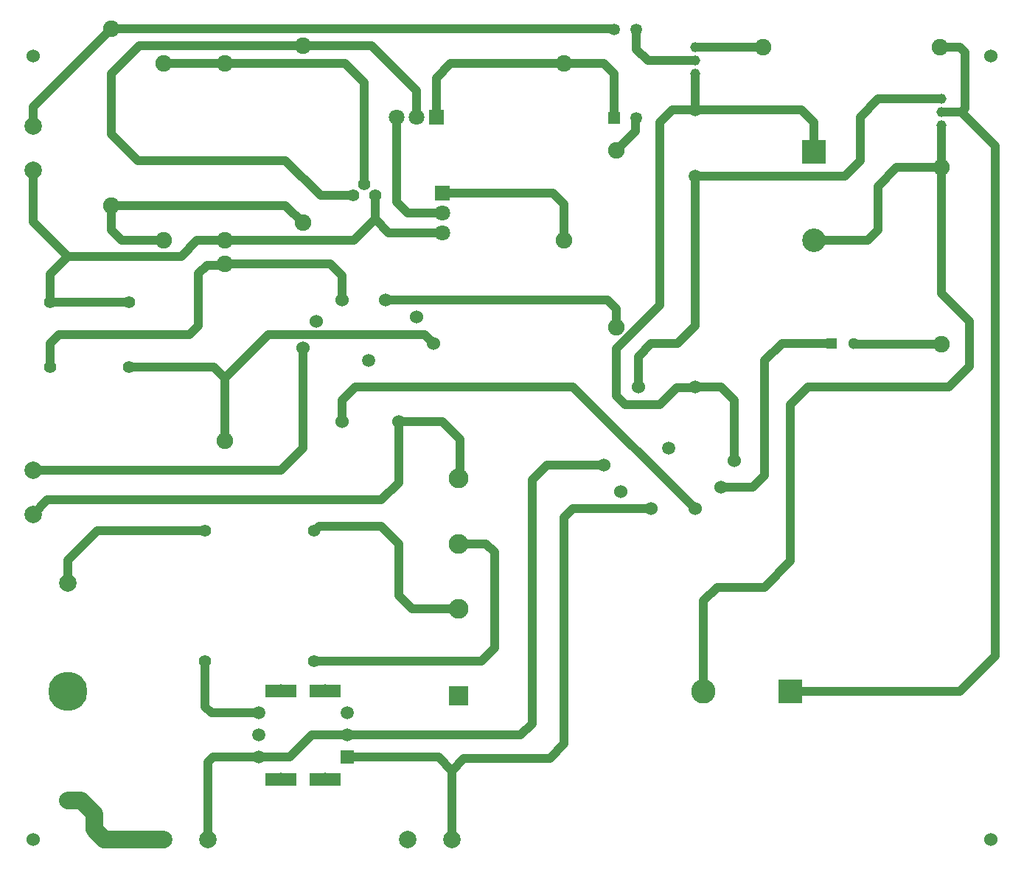
<source format=gtl>
G04*
G04 #@! TF.GenerationSoftware,Altium Limited,Altium Designer,21.6.4 (81)*
G04*
G04 Layer_Physical_Order=1*
G04 Layer_Color=255*
%FSLAX44Y44*%
%MOMM*%
G71*
G04*
G04 #@! TF.SameCoordinates,BB46096C-F4B4-4A6F-AF92-C5C7510F58E1*
G04*
G04*
G04 #@! TF.FilePolarity,Positive*
G04*
G01*
G75*
%ADD32C,1.0000*%
%ADD33C,2.0000*%
%ADD34C,1.5240*%
%ADD35C,1.5000*%
%ADD36R,2.2700X2.2700*%
%ADD37C,2.2700*%
%ADD38C,1.4000*%
%ADD39C,1.9000*%
%ADD40C,1.1500*%
%ADD41R,2.7000X2.7000*%
%ADD42C,2.7000*%
%ADD43R,1.3500X1.3500*%
%ADD44C,1.3500*%
%ADD45C,1.5080*%
%ADD46R,1.5080X1.5080*%
%ADD47C,4.5000*%
%ADD48C,2.0000*%
%ADD49C,2.8000*%
%ADD50R,2.8000X2.8000*%
%ADD51C,1.3000*%
%ADD52R,1.3000X1.3000*%
%ADD53R,1.8000X1.8000*%
%ADD54C,1.8000*%
%ADD55R,1.8000X1.8000*%
G36*
X317100Y126700D02*
X352100D01*
Y111700D01*
X317100D01*
Y126700D01*
D02*
G37*
G36*
X367900D02*
X402900D01*
Y111700D01*
X367900D01*
Y126700D01*
D02*
G37*
G36*
X317100Y228300D02*
X352100D01*
Y213300D01*
X317100D01*
Y228300D01*
D02*
G37*
G36*
X367900D02*
X402900D01*
Y213300D01*
X367900D01*
Y228300D01*
D02*
G37*
D32*
X1092796Y677204D02*
X1125000Y645000D01*
X1101602Y570000D02*
X1125000Y593398D01*
Y645000D01*
X940000Y570000D02*
X1101602D01*
X1114142Y220000D02*
X1155000Y260858D01*
X1115735Y885735D02*
X1155000Y846470D01*
Y260858D02*
Y846470D01*
X670000Y570000D02*
X810000Y430000D01*
X580000Y270000D02*
Y380000D01*
X372500Y255000D02*
X565000D01*
X580000Y270000D01*
X538500Y390000D02*
X570000D01*
X580000Y380000D01*
X485000Y315000D02*
X538500D01*
X470000Y330000D02*
Y390000D01*
Y330000D02*
X485000Y315000D01*
X450000Y410000D02*
X470000Y390000D01*
X373582Y405000D02*
X378582Y410000D01*
X372500Y405000D02*
X373582D01*
X378582Y410000D02*
X450000D01*
X50000Y891600D02*
X140000Y981600D01*
X50000Y870000D02*
Y891600D01*
X920000Y220000D02*
X1114142D01*
Y960000D02*
X1120000Y954142D01*
X1115735Y885735D02*
X1120000Y890000D01*
X1091600Y960000D02*
X1114142D01*
X1120000Y890000D02*
Y954142D01*
X820000Y220000D02*
Y324142D01*
X835858Y340000D02*
X890000D01*
X820000Y324142D02*
X835858Y340000D01*
X890000D02*
X920000Y370000D01*
Y550000D01*
X660000Y160000D02*
Y420000D01*
X670000Y430000D02*
X760000D01*
X660000Y420000D02*
X670000Y430000D01*
X643195Y143195D02*
X660000Y160000D01*
X544795Y143195D02*
X643195D01*
X705000Y480000D02*
X705000Y480000D01*
X640000Y480000D02*
X705000D01*
X623222Y183222D02*
Y463222D01*
X640000Y480000D01*
X610000Y170000D02*
X623222Y183222D01*
X410800Y170000D02*
X610000D01*
X370000D02*
X410800D01*
X344600Y144600D02*
X370000Y170000D01*
X309200Y144600D02*
X344600D01*
X540000Y466500D02*
Y510000D01*
X520000Y530000D02*
X540000Y510000D01*
X470000Y530000D02*
X520000D01*
X530800Y129200D02*
X544795Y143195D01*
X515400Y144600D02*
X530800Y129200D01*
Y50000D02*
Y129200D01*
X410800Y144600D02*
X515400D01*
X247500Y202500D02*
Y255000D01*
X254600Y195400D02*
X309200D01*
X247500Y202500D02*
X254600Y195400D01*
X250800Y138742D02*
X256658Y144600D01*
X309200D01*
X250800Y50000D02*
Y138742D01*
X90000Y345000D02*
Y371067D01*
X50000Y760000D02*
Y819200D01*
X90000Y371067D02*
X123933Y405000D01*
X247500D01*
X320160Y630160D02*
X366279D01*
X270000Y580000D02*
X320160Y630160D01*
X890000Y600000D02*
X910000Y620000D01*
X890000Y468155D02*
Y600000D01*
X876845Y455000D02*
X890000Y468155D01*
X920000Y550000D02*
X940000Y570000D01*
X360000Y500000D02*
Y615000D01*
X50000Y474600D02*
X334600D01*
X360000Y500000D01*
X358582Y615000D02*
X360000D01*
X499840Y629840D02*
X509680Y620000D01*
X510000D01*
X366600Y629840D02*
X499840D01*
X366279Y630160D02*
X366600Y629840D01*
X810000Y430000D02*
Y430000D01*
X420000Y570000D02*
X670000D01*
X405000Y555000D02*
X420000Y570000D01*
X405000Y530000D02*
Y555000D01*
X770000Y874164D02*
X783936Y888100D01*
X810000D01*
X770000Y664302D02*
Y874164D01*
X720000Y614302D02*
X770000Y664302D01*
X720000Y841600D02*
X742030Y863630D01*
X720000Y560000D02*
Y614302D01*
X742030Y863630D02*
Y878530D01*
X720000Y560000D02*
X730000Y550000D01*
X770000D01*
X808997Y568997D02*
X810000Y570000D01*
X788997Y568997D02*
X808997D01*
X770000Y550000D02*
X788997Y568997D01*
X810000Y640000D02*
Y811900D01*
X790000Y620000D02*
X810000Y640000D01*
X760000Y620000D02*
X790000D01*
X745000Y570000D02*
Y605000D01*
X760000Y620000D01*
X855000Y485000D02*
Y555000D01*
X840000Y570000D02*
X855000Y555000D01*
X810000Y570000D02*
X840000D01*
X720000Y638400D02*
Y660000D01*
X455000Y670000D02*
X710000D01*
X720000Y660000D01*
X910000Y620000D02*
X967300D01*
X742030Y878530D02*
X742700Y879200D01*
X840000Y455000D02*
X876845D01*
X450000Y440000D02*
X470000Y460000D01*
X66200Y440000D02*
X450000D01*
X50000Y423800D02*
X66200Y440000D01*
X538500Y465000D02*
X540000Y466500D01*
X470000Y460000D02*
Y530000D01*
X1092796Y677204D02*
Y821869D01*
X993512Y620000D02*
X994843Y618669D01*
X1092796D01*
X992700Y620000D02*
X993512D01*
X1041869Y821869D02*
X1092796D01*
X1020000Y800000D02*
X1041869Y821869D01*
X1020000Y750000D02*
Y800000D01*
X1008189Y738189D02*
X1020000Y750000D01*
X946326Y738189D02*
X1008189D01*
X1000000Y830000D02*
Y880000D01*
X1020735Y900735D02*
X1092796D01*
X1000000Y880000D02*
X1020735Y900735D01*
X810000Y811900D02*
X981900D01*
X1000000Y830000D01*
X946326Y839789D02*
Y873683D01*
X810000Y888100D02*
X931910D01*
X946326Y873683D01*
X810000Y888100D02*
Y930000D01*
X755821Y945000D02*
X810000D01*
X742700Y958121D02*
X755821Y945000D01*
X1092796Y821869D02*
Y870735D01*
Y885735D02*
X1115735D01*
X810000Y960000D02*
X888400D01*
X888400Y960000D01*
X742700Y958121D02*
Y980800D01*
X405000Y670000D02*
Y697614D01*
X391014Y711600D02*
X405000Y697614D01*
X270000Y711600D02*
X391014D01*
X270000Y508400D02*
Y580000D01*
X160000Y592500D02*
X257500D01*
X270000Y580000D01*
X249878Y709878D02*
X268278D01*
X270000Y711600D01*
X240000Y700000D02*
X249878Y709878D01*
X240000Y640000D02*
Y700000D01*
X230000Y630000D02*
X240000Y640000D01*
X80000Y630000D02*
X230000D01*
X69578Y619578D02*
X80000Y630000D01*
X69578Y592500D02*
Y619578D01*
Y667500D02*
X69578Y667500D01*
X160000D01*
X69578Y699578D02*
X90000Y720000D01*
X69578Y667500D02*
Y699578D01*
X238400Y738400D02*
X270000D01*
X220000Y720000D02*
X238400Y738400D01*
X140000Y860000D02*
X170000Y830000D01*
X140000Y930000D02*
X171600Y961600D01*
X140000Y860000D02*
Y930000D01*
X170000Y830000D02*
X340000D01*
X380000Y790000D02*
X417300D01*
X340000Y830000D02*
X380000Y790000D01*
X340000Y778400D02*
X360000Y758400D01*
X140000Y778400D02*
X340000D01*
X418400Y738400D02*
X442700Y762700D01*
X270000Y738400D02*
X418400D01*
X171600Y961600D02*
X360000D01*
X430000Y802700D02*
Y920000D01*
X270000Y941600D02*
X408400D01*
X430000Y920000D01*
X200000Y941600D02*
X270000D01*
X90000Y720000D02*
X220000D01*
X151600Y738400D02*
X200000D01*
X140000Y750000D02*
X151600Y738400D01*
X50000Y760000D02*
X90000Y720000D01*
X360000Y961600D02*
X438400D01*
X480000Y770000D02*
X520000D01*
X467200Y782800D02*
X480000Y770000D01*
X467200Y782800D02*
Y880000D01*
X458200Y747200D02*
X520000D01*
X442700Y762700D02*
X458200Y747200D01*
X442700Y762700D02*
Y790000D01*
X660000Y738400D02*
Y780000D01*
X647200Y792800D02*
X660000Y780000D01*
X520000Y792800D02*
X647200D01*
X490000Y880000D02*
Y910000D01*
X438400Y961600D02*
X490000Y910000D01*
X512800Y890000D02*
Y924846D01*
X529554Y941600D01*
X660000D01*
X717300Y879200D02*
Y929919D01*
X705619Y941600D02*
X717300Y929919D01*
X660000Y941600D02*
X705619D01*
X140400Y981200D02*
X716900D01*
X717300Y980800D01*
X140000Y981600D02*
X140400Y981200D01*
X140000Y750000D02*
Y778400D01*
D33*
X120000Y61716D02*
X131716Y50000D01*
X120000Y61716D02*
Y80000D01*
X131716Y50000D02*
X200000D01*
X90000Y95000D02*
X105000D01*
X120000Y80000D01*
D34*
X745000Y570000D02*
D03*
X810000D02*
D03*
X705000Y480000D02*
D03*
X725000Y450000D02*
D03*
X760000Y430000D02*
D03*
X810000D02*
D03*
X840000Y455000D02*
D03*
X855000Y485000D02*
D03*
X470000Y530000D02*
D03*
X405000D02*
D03*
X510000Y620000D02*
D03*
X490000Y650000D02*
D03*
X455000Y670000D02*
D03*
X405000D02*
D03*
X375000Y645000D02*
D03*
X360000Y615000D02*
D03*
X1150000Y50000D02*
D03*
Y950000D02*
D03*
X50000D02*
D03*
Y50000D02*
D03*
D35*
X780000Y500000D02*
D03*
X435000Y600000D02*
D03*
X810000Y888100D02*
D03*
Y811900D02*
D03*
D36*
X538500Y215000D02*
D03*
D37*
Y315000D02*
D03*
Y390000D02*
D03*
Y465000D02*
D03*
D38*
X247500Y255000D02*
D03*
Y405000D02*
D03*
X372500Y255000D02*
D03*
Y405000D02*
D03*
X430000Y802700D02*
D03*
X442700Y790000D02*
D03*
X417300D02*
D03*
X160000Y667500D02*
D03*
Y592500D02*
D03*
X69578Y667500D02*
D03*
Y592500D02*
D03*
D39*
X270000Y508400D02*
D03*
Y711600D02*
D03*
X140000Y981600D02*
D03*
Y778400D02*
D03*
X888400Y960000D02*
D03*
X1091600D02*
D03*
X1092796Y618669D02*
D03*
Y821869D02*
D03*
X360000Y961600D02*
D03*
Y758400D02*
D03*
X200000Y941600D02*
D03*
Y738400D02*
D03*
X660000D02*
D03*
Y941600D02*
D03*
X720000Y638400D02*
D03*
Y841600D02*
D03*
X270000Y738400D02*
D03*
Y941600D02*
D03*
D40*
X1092796Y870735D02*
D03*
Y885735D02*
D03*
Y900735D02*
D03*
X810000Y960000D02*
D03*
Y945000D02*
D03*
Y930000D02*
D03*
D41*
X946326Y839789D02*
D03*
D42*
Y738189D02*
D03*
D43*
X717300Y879200D02*
D03*
D44*
X742700D02*
D03*
X717300Y980800D02*
D03*
X742700D02*
D03*
D45*
X410800Y195400D02*
D03*
X309200D02*
D03*
X334600Y220800D02*
D03*
Y119200D02*
D03*
X385400Y220800D02*
D03*
Y119200D02*
D03*
X309200Y170000D02*
D03*
X410800D02*
D03*
X309200Y144600D02*
D03*
D46*
X410800D02*
D03*
D47*
X90000Y220000D02*
D03*
D48*
Y95000D02*
D03*
Y345000D02*
D03*
X200000Y50000D02*
D03*
X250800D02*
D03*
X480000D02*
D03*
X530800D02*
D03*
X50000Y819200D02*
D03*
Y870000D02*
D03*
Y423800D02*
D03*
Y474600D02*
D03*
D49*
X820000Y220000D02*
D03*
D50*
X920000D02*
D03*
D51*
X992700Y620000D02*
D03*
D52*
X967300D02*
D03*
D53*
X512800Y880000D02*
D03*
D54*
X467200D02*
D03*
X490000D02*
D03*
X520000Y747200D02*
D03*
Y770000D02*
D03*
D55*
Y792800D02*
D03*
M02*

</source>
